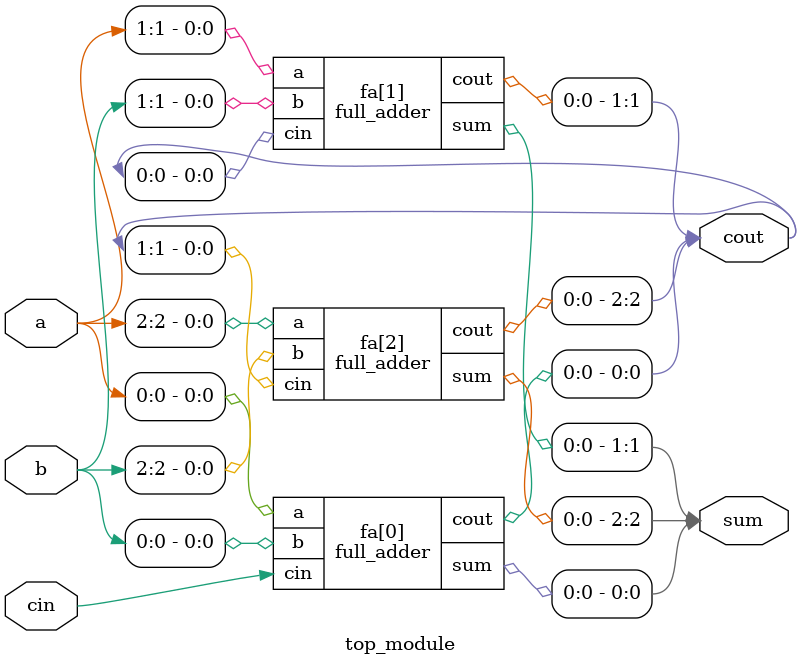
<source format=v>
module full_adder( 
    input a, b, cin,
    output cout, sum );

    assign sum = a^b^cin;
    assign cout = (a&b) | (a&cin) | (b&cin);
endmodule

module top_module( 
    input [2:0] a, b,
    input cin,
    output [2:0] cout,
    output [2:0] sum );

    full_adder fa[2:0](a, b, {cout[1:0] ,cin}, cout, sum);
endmodule

</source>
